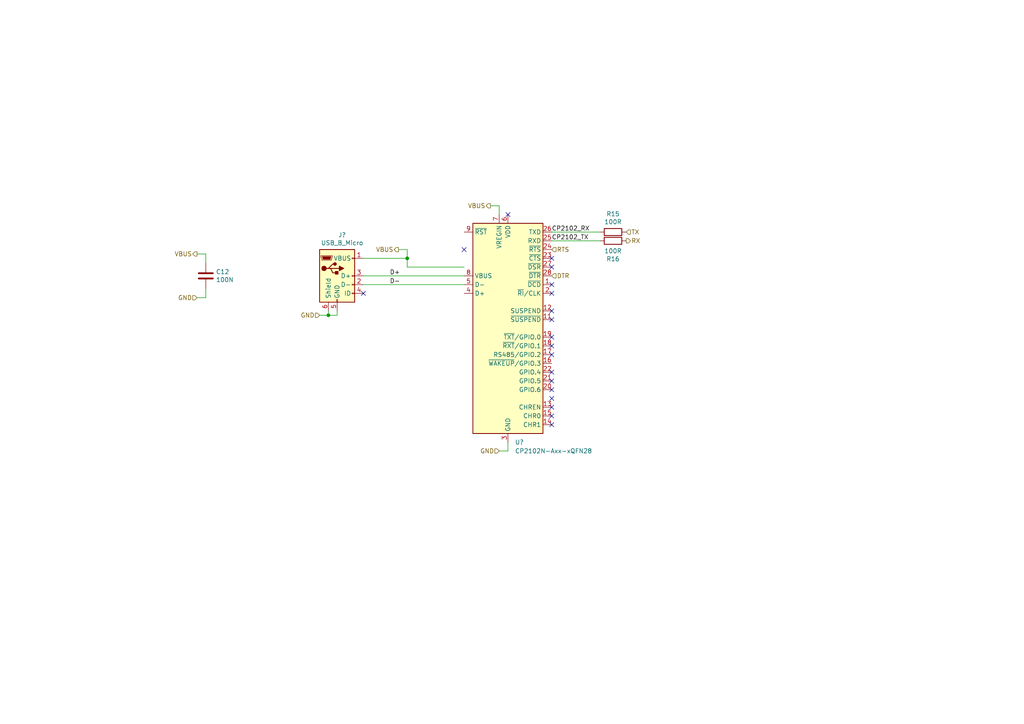
<source format=kicad_sch>
(kicad_sch (version 20211123) (generator eeschema)
  (paper "A4")
  (lib_symbols
    (symbol "Connector:USB_B_Micro" (pin_names (offset 1.016))
      (property "Reference" "J" (at -5.08 11.43 0))
      (property "Value" "USB_B_Micro" (at -5.08 8.89 0))
      (symbol "USB_B_Micro_0_1"
        (rectangle (start -5.08 -7.62) (end 5.08 7.62) (stroke (width 0.254)) (fill (type background)))
        (circle (center -3.81 2.159) (radius 0.635) (stroke (width 0.254)) (fill (type outline)))
        (circle (center -0.635 3.429) (radius 0.381) (stroke (width 0.254)) (fill (type outline)))
        (rectangle (start -0.127 -7.62) (end 0.127 -6.858))
        (polyline (pts (xy -1.905 2.159) (xy 0.635 2.159)) (stroke (width 0.254)))
        (polyline (pts (xy -3.175 2.159) (xy -2.54 2.159) (xy -1.27 3.429) (xy -0.635 3.429)) (stroke (width 0.254)))
        (polyline (pts (xy -2.54 2.159) (xy -1.905 2.159) (xy -1.27 0.889) (xy 0 0.889)) (stroke (width 0.254)))
        (polyline (pts (xy 0.635 2.794) (xy 0.635 1.524) (xy 1.905 2.159) (xy 0.635 2.794)) (stroke (width 0.254)) (fill (type outline)))
        (polyline (pts (xy -4.318 5.588) (xy -1.778 5.588) (xy -2.032 4.826) (xy -4.064 4.826) (xy -4.318 5.588)) (fill (type outline)))
        (polyline (pts (xy -4.699 5.842) (xy -4.699 5.588) (xy -4.445 4.826) (xy -4.445 4.572) (xy -1.651 4.572) (xy -1.651 4.826) (xy -1.397 5.588) (xy -1.397 5.842) (xy -4.699 5.842)))
        (rectangle (start 0.254 1.27) (end -0.508 0.508) (stroke (width 0.254)) (fill (type outline)))
        (rectangle (start 5.08 -5.207) (end 4.318 -4.953))
        (rectangle (start 5.08 -2.667) (end 4.318 -2.413))
        (rectangle (start 5.08 -0.127) (end 4.318 0.127))
        (rectangle (start 5.08 4.953) (end 4.318 5.207))
      )
      (symbol "USB_B_Micro_1_1"
        (pin power_out line (at 7.62 5.08 180) (length 2.54) (name "VBUS") (number "1"))
        (pin bidirectional line (at 7.62 -2.54 180) (length 2.54) (name "D-") (number "2"))
        (pin bidirectional line (at 7.62 0 180) (length 2.54) (name "D+") (number "3"))
        (pin passive line (at 7.62 -5.08 180) (length 2.54) (name "ID") (number "4"))
        (pin power_out line (at 0 -10.16 90) (length 2.54) (name "GND") (number "5"))
        (pin passive line (at -2.54 -10.16 90) (length 2.54) (name "Shield") (number "6"))
      )
    )
    (symbol "Device:C" (pin_numbers hide) (pin_names (offset 0.254))
      (property "Reference" "C" (at 0.635 2.54 0))
      (property "Value" "C" (at 0.635 -2.54 0))
      (symbol "C_0_1"
        (polyline (pts (xy -2.032 -0.762) (xy 2.032 -0.762)) (stroke (width 0.508)))
        (polyline (pts (xy -2.032 0.762) (xy 2.032 0.762)) (stroke (width 0.508)))
      )
      (symbol "C_1_1"
        (pin passive line (at 0 3.81 270) (length 2.794) (name "~") (number "1"))
        (pin passive line (at 0 -3.81 90) (length 2.794) (name "~") (number "2"))
      )
    )
    (symbol "Device:R" (pin_numbers hide) (pin_names (offset 0))
      (property "Reference" "R" (at 2.032 0 90))
      (property "Value" "R" (at 0 0 90))
      (symbol "R_0_1"
        (rectangle (start -1.016 -2.54) (end 1.016 2.54) (stroke (width 0.254)))
      )
      (symbol "R_1_1"
        (pin passive line (at 0 3.81 270) (length 1.27) (name "~") (number "1"))
        (pin passive line (at 0 -3.81 90) (length 1.27) (name "~") (number "2"))
      )
    )
    (symbol "Interface_USB:CP2102N-Axx-xQFN28"
      (property "Reference" "U" (at -8.89 31.75 0))
      (property "Value" "CP2102N-Axx-xQFN28" (at 12.7 31.75 0))
      (symbol "CP2102N-Axx-xQFN28_0_1"
        (rectangle (start -10.16 30.48) (end 10.16 -30.48) (stroke (width 0.254)) (fill (type background)))
      )
      (symbol "CP2102N-Axx-xQFN28_1_1"
        (pin input line (at 12.7 12.7 180) (length 2.54) (name "~{DCD}") (number "1"))
        (pin no_connect line (at -10.16 -27.94 0) (length 2.54) hide (name "NC") (number "10"))
        (pin output line (at 12.7 2.54 180) (length 2.54) (name "~{SUSPEND}") (number "11"))
        (pin output line (at 12.7 5.08 180) (length 2.54) (name "SUSPEND") (number "12"))
        (pin output line (at 12.7 -22.86 180) (length 2.54) (name "CHREN") (number "13"))
        (pin output line (at 12.7 -27.94 180) (length 2.54) (name "CHR1") (number "14"))
        (pin output line (at 12.7 -25.4 180) (length 2.54) (name "CHR0") (number "15"))
        (pin bidirectional line (at 12.7 -10.16 180) (length 2.54) (name "~{WAKEUP}/GPIO.3") (number "16"))
        (pin bidirectional line (at 12.7 -7.62 180) (length 2.54) (name "RS485/GPIO.2") (number "17"))
        (pin bidirectional line (at 12.7 -5.08 180) (length 2.54) (name "~{RXT}/GPIO.1") (number "18"))
        (pin bidirectional line (at 12.7 -2.54 180) (length 2.54) (name "~{TXT}/GPIO.0") (number "19"))
        (pin bidirectional line (at 12.7 10.16 180) (length 2.54) (name "~{RI}/CLK") (number "2"))
        (pin bidirectional line (at 12.7 -17.78 180) (length 2.54) (name "GPIO.6") (number "20"))
        (pin bidirectional line (at 12.7 -15.24 180) (length 2.54) (name "GPIO.5") (number "21"))
        (pin bidirectional line (at 12.7 -12.7 180) (length 2.54) (name "GPIO.4") (number "22"))
        (pin input line (at 12.7 20.32 180) (length 2.54) (name "~{CTS}") (number "23"))
        (pin output line (at 12.7 22.86 180) (length 2.54) (name "~{RTS}") (number "24"))
        (pin input line (at 12.7 25.4 180) (length 2.54) (name "RXD") (number "25"))
        (pin output line (at 12.7 27.94 180) (length 2.54) (name "TXD") (number "26"))
        (pin input line (at 12.7 17.78 180) (length 2.54) (name "~{DSR}") (number "27"))
        (pin output line (at 12.7 15.24 180) (length 2.54) (name "~{DTR}") (number "28"))
        (pin passive line (at 0 -33.02 90) (length 2.54) hide (name "GND") (number "29"))
        (pin power_in line (at 0 -33.02 90) (length 2.54) (name "GND") (number "3"))
        (pin bidirectional line (at -12.7 10.16 0) (length 2.54) (name "D+") (number "4"))
        (pin bidirectional line (at -12.7 12.7 0) (length 2.54) (name "D-") (number "5"))
        (pin power_in line (at 0 33.02 270) (length 2.54) (name "VDD") (number "6"))
        (pin power_in line (at -2.54 33.02 270) (length 2.54) (name "VREGIN") (number "7"))
        (pin input line (at -12.7 15.24 0) (length 2.54) (name "VBUS") (number "8"))
        (pin input line (at -12.7 27.94 0) (length 2.54) (name "~{RST}") (number "9"))
      )
    )
  )
  (junction (at 95.25 91.44))
  (junction (at 118.11 74.93))
  (no_connect (at 160.02 102.87))
  (no_connect (at 160.02 92.71))
  (no_connect (at 160.02 120.65))
  (no_connect (at 160.02 110.49))
  (no_connect (at 105.41 85.09))
  (no_connect (at 134.62 72.39))
  (no_connect (at 160.02 113.03))
  (no_connect (at 160.02 123.19))
  (no_connect (at 160.02 97.79))
  (no_connect (at 160.02 100.33))
  (no_connect (at 160.02 74.93))
  (no_connect (at 147.32 62.23))
  (no_connect (at 160.02 85.09))
  (no_connect (at 160.02 77.47))
  (no_connect (at 160.02 82.55))
  (no_connect (at 160.02 115.57))
  (no_connect (at 160.02 90.17))
  (no_connect (at 160.02 107.95))
  (no_connect (at 160.02 118.11))
  (wire (pts (xy 59.69 76.2) (xy 59.69 73.66)))
  (wire (pts (xy 118.11 74.93) (xy 118.11 77.47)))
  (wire (pts (xy 142.24 59.69) (xy 144.78 59.69)))
  (wire (pts (xy 115.57 72.39) (xy 118.11 72.39)))
  (wire (pts (xy 59.69 73.66) (xy 57.15 73.66)))
  (wire (pts (xy 134.62 82.55) (xy 105.41 82.55)))
  (wire (pts (xy 173.99 69.85) (xy 160.02 69.85)))
  (wire (pts (xy 105.41 74.93) (xy 118.11 74.93)))
  (wire (pts (xy 144.78 62.23) (xy 144.78 59.69)))
  (wire (pts (xy 147.32 130.81) (xy 147.32 128.27)))
  (wire (pts (xy 97.79 91.44) (xy 97.79 90.17)))
  (wire (pts (xy 118.11 72.39) (xy 118.11 74.93)))
  (wire (pts (xy 95.25 90.17) (xy 95.25 91.44)))
  (wire (pts (xy 57.15 86.36) (xy 59.69 86.36)))
  (wire (pts (xy 59.69 83.82) (xy 59.69 86.36)))
  (wire (pts (xy 144.78 130.81) (xy 147.32 130.81)))
  (wire (pts (xy 105.41 80.01) (xy 134.62 80.01)))
  (wire (pts (xy 173.99 67.31) (xy 160.02 67.31)))
  (wire (pts (xy 95.25 91.44) (xy 97.79 91.44)))
  (wire (pts (xy 92.71 91.44) (xy 95.25 91.44)))
  (wire (pts (xy 118.11 77.47) (xy 134.62 77.47)))
  (label "CP2102_TX" (at 160.02 69.85 0))
  (label "D-" (at 113.03 82.55 0))
  (label "CP2102_RX" (at 160.02 67.31 0))
  (label "D+" (at 113.03 80.01 0))
  (hierarchical_label "GND" (shape input) (at 144.78 130.81 180))
  (hierarchical_label "GND" (shape input) (at 57.15 86.36 180))
  (hierarchical_label "VBUS" (shape output) (at 142.24 59.69 180))
  (hierarchical_label "VBUS" (shape output) (at 57.15 73.66 180))
  (hierarchical_label "VBUS" (shape output) (at 115.57 72.39 180))
  (hierarchical_label "TX" (shape input) (at 181.61 67.31 0))
  (hierarchical_label "DTR" (shape input) (at 160.02 80.01 0))
  (hierarchical_label "RX" (shape output) (at 181.61 69.85 0))
  (hierarchical_label "RTS" (shape input) (at 160.02 72.39 0))
  (hierarchical_label "GND" (shape input) (at 92.71 91.44 180))
  (symbol (lib_id "Device:R") (at 177.8 67.31 270) (unit 1)
    (property "Reference" "R15" (at 177.8 62.0522 90))
    (property "Value" "100R" (at 177.8 64.3636 90))
    (property "Footprint" "Resistor_SMD:R_0603_1608Metric" (effects hide))
  )
  (symbol (lib_id "Device:R") (at 177.8 69.85 270) (unit 1)
    (property "Reference" "R16" (at 177.8 75.1078 90))
    (property "Value" "100R" (at 177.8 72.7964 90))
    (property "Footprint" "Resistor_SMD:R_0603_1608Metric" (effects hide))
  )
  (symbol (lib_id "Connector:USB_B_Micro") (at 97.79 80.01 0) (unit 1)
    (property "Reference" "J?" (at 99.2378 68.1482 0))
    (property "Value" "USB_B_Micro" (at 99.2378 70.4596 0))
    (property "Footprint" "william_usb:USB_Micro_B_Female_10118194-0001LF" (effects hide))
  )
  (symbol (lib_id "Device:C") (at 59.69 80.01 0) (unit 1)
    (property "Reference" "C12" (at 62.611 78.8416 0) (effects (justify left)))
    (property "Value" "100N" (at 62.611 81.153 0) (effects (justify left)))
    (property "Footprint" "Capacitor_SMD:C_0603_1608Metric" (effects hide))
  )
  (symbol (lib_id "Interface_USB:CP2102N-Axx-xQFN28") (at 147.32 95.25 0) (unit 1)
    (property "Reference" "U?" (at 149.3394 128.27 0) (effects (justify left)))
    (property "Value" "CP2102N-Axx-xQFN28" (at 149.3394 130.81 0) (effects (justify left)))
    (property "Footprint" "Package_DFN_QFN:QFN-28-1EP_5x5mm_P0.5mm_EP3.35x3.35mm" (effects hide))
    (property "Datasheet" "https://www.silabs.com/documents/public/data-sheets/cp2102n-datasheet.pdf" (effects hide))
  )
)
</source>
